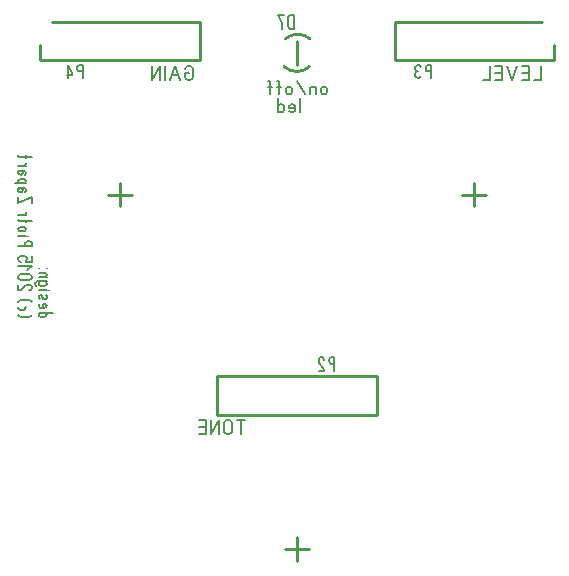
<source format=gbo>
%FSLAX34Y34*%
%MOMM*%
%LNSILK_BOTTOM*%
G71*
G01*
%ADD10C, 0.206*%
%ADD11C, 0.260*%
%LPD*%
G54D10*
X456694Y448595D02*
X456694Y437039D01*
X450627Y437039D01*
G54D10*
X440516Y437039D02*
X446583Y437039D01*
X446583Y448595D01*
X440516Y448595D01*
G54D10*
X446583Y442817D02*
X440516Y442817D01*
G54D10*
X436472Y448595D02*
X432139Y437039D01*
X427805Y448595D01*
G54D10*
X417694Y437039D02*
X423761Y437039D01*
X423761Y448595D01*
X417694Y448595D01*
G54D10*
X423761Y442817D02*
X417694Y442817D01*
G54D10*
X413650Y448595D02*
X413650Y437039D01*
X407583Y437039D01*
G54D10*
X158518Y443078D02*
X155052Y443078D01*
X155052Y439467D01*
X155918Y438022D01*
X157652Y437300D01*
X159385Y437300D01*
X161118Y438022D01*
X161985Y439467D01*
X161985Y446689D01*
X161118Y448133D01*
X159385Y448856D01*
X157652Y448856D01*
X155918Y448133D01*
X155052Y446689D01*
G54D10*
X151008Y437300D02*
X146675Y448856D01*
X142341Y437300D01*
G54D10*
X149275Y441633D02*
X144075Y441633D01*
G54D10*
X138297Y437300D02*
X138297Y448856D01*
G54D10*
X134253Y437300D02*
X134253Y448856D01*
X127320Y437300D01*
X127320Y448856D01*
G54D11*
X42500Y486250D02*
X167500Y486250D01*
X167500Y453750D01*
X32500Y453750D01*
X32500Y466250D01*
G54D11*
X332500Y486250D02*
X457500Y486250D01*
G54D11*
X332500Y486250D02*
X332500Y453750D01*
X467500Y453750D01*
X467500Y466250D01*
G54D10*
X269800Y426733D02*
X269800Y429622D01*
X270667Y431067D01*
X272400Y431500D01*
X274133Y431067D01*
X275000Y429622D01*
X275000Y426733D01*
X274133Y425289D01*
X272400Y425000D01*
X270667Y425289D01*
X269800Y426733D01*
G54D10*
X265756Y425000D02*
X265756Y431500D01*
G54D10*
X265756Y430056D02*
X264889Y431067D01*
X263156Y431500D01*
X261423Y431067D01*
X260556Y430056D01*
X260556Y425000D01*
G54D10*
X256512Y425000D02*
X249579Y436556D01*
G54D10*
X240335Y426733D02*
X240335Y429622D01*
X241202Y431067D01*
X242935Y431500D01*
X244668Y431067D01*
X245535Y429622D01*
X245535Y426733D01*
X244668Y425289D01*
X242935Y425000D01*
X241202Y425289D01*
X240335Y426733D01*
G54D10*
X234558Y425000D02*
X234558Y435833D01*
X233691Y436556D01*
X232824Y436122D01*
G54D10*
X236291Y431500D02*
X232824Y431500D01*
G54D10*
X227047Y425000D02*
X227047Y435833D01*
X226180Y436556D01*
X225313Y436122D01*
G54D10*
X228780Y431500D02*
X225313Y431500D01*
G54D10*
X252500Y410000D02*
X252500Y421556D01*
G54D10*
X243256Y410722D02*
X244643Y410000D01*
X246376Y410000D01*
X248109Y410722D01*
X248456Y412167D01*
X248456Y414622D01*
X247589Y416067D01*
X245856Y416500D01*
X244123Y416067D01*
X243256Y415056D01*
X243256Y413611D01*
X248456Y413611D01*
G54D10*
X234012Y410000D02*
X234012Y421556D01*
G54D10*
X234012Y414622D02*
X234879Y416067D01*
X236612Y416500D01*
X238345Y416067D01*
X239212Y414622D01*
X239212Y411733D01*
X238345Y410289D01*
X236612Y410000D01*
X234879Y410289D01*
X234012Y411733D01*
G54D10*
X25376Y238153D02*
X24654Y236998D01*
X23210Y236420D01*
X15987Y236420D01*
X14543Y236998D01*
X13821Y238153D01*
G54D10*
X19887Y245086D02*
X20321Y243930D01*
X19887Y242774D01*
X18443Y242197D01*
X15554Y242197D01*
X14110Y242774D01*
X13821Y243930D01*
X14110Y245086D01*
G54D10*
X25376Y249130D02*
X24654Y250285D01*
X23210Y250863D01*
X15987Y250863D01*
X14543Y250285D01*
X13821Y249130D01*
G54D10*
X13821Y263689D02*
X13821Y259067D01*
X14543Y259067D01*
X15987Y259644D01*
X20321Y263111D01*
X21765Y263689D01*
X23210Y263689D01*
X24654Y263111D01*
X25376Y261956D01*
X25376Y260800D01*
X24654Y259644D01*
X23210Y259067D01*
G54D10*
X23210Y272355D02*
X15987Y272355D01*
X14543Y271777D01*
X13821Y270622D01*
X13821Y269466D01*
X14543Y268310D01*
X15987Y267733D01*
X23210Y267733D01*
X24654Y268310D01*
X25376Y269466D01*
X25376Y270622D01*
X24654Y271777D01*
X23210Y272355D01*
G54D10*
X21043Y276399D02*
X25376Y279288D01*
X13821Y279288D01*
G54D10*
X25376Y287954D02*
X25376Y283332D01*
X20321Y283332D01*
X20321Y283910D01*
X21043Y285065D01*
X21043Y286221D01*
X20321Y287376D01*
X18876Y287954D01*
X15987Y287954D01*
X14543Y287376D01*
X13821Y286221D01*
X13821Y285065D01*
X14543Y283910D01*
X15987Y283332D01*
G54D10*
X13821Y296158D02*
X25376Y296158D01*
X25376Y299047D01*
X24654Y300202D01*
X23210Y300780D01*
X21765Y300780D01*
X20321Y300202D01*
X19598Y299047D01*
X19598Y296158D01*
G54D10*
X13821Y304824D02*
X20321Y304824D01*
G54D10*
X22487Y304824D02*
X22487Y304824D01*
G54D10*
X15554Y312334D02*
X18443Y312334D01*
X19887Y311757D01*
X20321Y310601D01*
X19887Y309446D01*
X18443Y308868D01*
X15554Y308868D01*
X14110Y309446D01*
X13821Y310601D01*
X14110Y311757D01*
X15554Y312334D01*
G54D10*
X25376Y317534D02*
X14543Y317534D01*
X13821Y318112D01*
X14110Y318690D01*
G54D10*
X20321Y316379D02*
X20321Y318690D01*
G54D10*
X13821Y322734D02*
X20321Y322734D01*
G54D10*
X18876Y322734D02*
X20321Y323889D01*
X20321Y325045D01*
G54D10*
X25376Y333249D02*
X25376Y337871D01*
X13821Y333249D01*
X13821Y337871D01*
G54D10*
X19598Y341915D02*
X20321Y343070D01*
X20321Y344457D01*
X18876Y345381D01*
X13821Y345381D01*
G54D10*
X15987Y345381D02*
X17432Y344804D01*
X17721Y343648D01*
X17432Y342492D01*
X15987Y341915D01*
X14543Y342146D01*
X13821Y343070D01*
X13821Y343648D01*
X13821Y343879D01*
X14543Y344804D01*
X15987Y345381D01*
G54D10*
X20321Y349426D02*
X10932Y349426D01*
G54D10*
X15987Y349426D02*
X14110Y350004D01*
X13821Y351159D01*
X14110Y352315D01*
X15554Y352892D01*
X18443Y352892D01*
X19887Y352315D01*
X20321Y351159D01*
X19887Y350004D01*
X18154Y349426D01*
G54D10*
X19598Y356937D02*
X20321Y358092D01*
X20321Y359479D01*
X18876Y360403D01*
X13821Y360403D01*
G54D10*
X15987Y360403D02*
X17432Y359826D01*
X17721Y358670D01*
X17432Y357514D01*
X15987Y356937D01*
X14543Y357168D01*
X13821Y358092D01*
X13821Y358670D01*
X13821Y358901D01*
X14543Y359826D01*
X15987Y360403D01*
G54D10*
X13821Y364448D02*
X20321Y364448D01*
G54D10*
X18876Y364448D02*
X20321Y365603D01*
X20321Y366759D01*
G54D10*
X25376Y371958D02*
X14543Y371958D01*
X13821Y372536D01*
X14110Y373114D01*
G54D10*
X20321Y370803D02*
X20321Y373114D01*
G54D10*
X31321Y239886D02*
X42876Y239886D01*
G54D10*
X35943Y239886D02*
X37387Y239309D01*
X37821Y238153D01*
X37387Y236998D01*
X35943Y236420D01*
X33054Y236420D01*
X31610Y236998D01*
X31321Y238153D01*
X31610Y239309D01*
X33054Y239886D01*
G54D10*
X32043Y247397D02*
X31321Y246473D01*
X31321Y245317D01*
X32043Y244162D01*
X33487Y243931D01*
X35943Y243931D01*
X37387Y244508D01*
X37821Y245664D01*
X37387Y246820D01*
X36376Y247397D01*
X34932Y247397D01*
X34932Y243931D01*
G54D10*
X32043Y251442D02*
X31321Y252597D01*
X31321Y253753D01*
X32043Y254908D01*
X33487Y254908D01*
X34210Y254331D01*
X34932Y252020D01*
X35654Y251442D01*
X37098Y251442D01*
X37821Y252597D01*
X37821Y253753D01*
X37098Y254908D01*
G54D10*
X31321Y258953D02*
X37821Y258953D01*
G54D10*
X39987Y258953D02*
X39987Y258953D01*
G54D10*
X29154Y262997D02*
X28432Y264152D01*
X28432Y264961D01*
X29154Y266117D01*
X30598Y266463D01*
X37821Y266463D01*
G54D10*
X35943Y266463D02*
X37387Y265886D01*
X37821Y264730D01*
X37387Y263574D01*
X35943Y262997D01*
X33054Y262997D01*
X31610Y263574D01*
X31321Y264730D01*
X31610Y265886D01*
X33054Y266463D01*
G54D10*
X31321Y270508D02*
X37821Y270508D01*
G54D10*
X36376Y270508D02*
X37387Y271086D01*
X37821Y272241D01*
X37387Y273397D01*
X36376Y273974D01*
X31321Y273974D01*
G54D10*
X31321Y278019D02*
X31321Y278019D01*
G54D10*
X37821Y278019D02*
X37821Y278019D01*
G54D10*
X202577Y137239D02*
X202577Y148795D01*
G54D10*
X206044Y148795D02*
X199111Y148795D01*
G54D10*
X188134Y146628D02*
X188134Y139406D01*
X189000Y137961D01*
X190734Y137239D01*
X192467Y137239D01*
X194200Y137961D01*
X195067Y139406D01*
X195067Y146628D01*
X194200Y148072D01*
X192467Y148795D01*
X190734Y148795D01*
X189000Y148072D01*
X188134Y146628D01*
G54D10*
X184090Y137239D02*
X184090Y148795D01*
X177157Y137239D01*
X177157Y148795D01*
G54D10*
X167046Y137239D02*
X173113Y137239D01*
X173113Y148795D01*
X167046Y148795D01*
G54D10*
X173113Y143017D02*
X167046Y143017D01*
G54D11*
G75*
G01X261108Y471741D02*
G03X239897Y471741I-10605J-11779D01*
G01*
G54D11*
G75*
G01X239072Y448274D02*
G03X260283Y448274I10606J11779D01*
G01*
G54D10*
X247178Y480612D02*
X247178Y492168D01*
X244289Y492168D01*
X243134Y491445D01*
X242556Y490001D01*
X242556Y482779D01*
X243134Y481334D01*
X244289Y480612D01*
X247178Y480612D01*
G54D10*
X238512Y492168D02*
X233890Y492168D01*
X234468Y490723D01*
X235623Y488556D01*
X236779Y485668D01*
X237356Y483501D01*
X237356Y480612D01*
G54D11*
X250000Y50000D02*
X250000Y30000D01*
G54D11*
X240000Y40000D02*
X260000Y40000D01*
G54D11*
X400000Y350000D02*
X400000Y330000D01*
G54D11*
X410000Y340000D02*
X390000Y340000D01*
G54D11*
X100000Y350000D02*
X100000Y330000D01*
G54D11*
X90000Y340000D02*
X110000Y340000D01*
G54D11*
X250000Y470000D02*
X250000Y450000D01*
G54D11*
X182500Y186250D02*
X317500Y186250D01*
X317500Y153750D01*
X182500Y153750D01*
X182500Y186250D01*
G54D10*
X68462Y438447D02*
X68462Y450003D01*
X65573Y450003D01*
X64418Y449280D01*
X63840Y447836D01*
X63840Y446391D01*
X64418Y444947D01*
X65573Y444225D01*
X68462Y444225D01*
G54D10*
X56329Y438447D02*
X56329Y450003D01*
X59796Y442780D01*
X59796Y441336D01*
X55174Y441336D01*
G54D10*
X363500Y438447D02*
X363500Y450003D01*
X360611Y450003D01*
X359456Y449280D01*
X358878Y447836D01*
X358878Y446391D01*
X359456Y444947D01*
X360611Y444225D01*
X363500Y444225D01*
G54D10*
X354834Y447836D02*
X354256Y449280D01*
X353101Y450003D01*
X351945Y450003D01*
X350790Y449280D01*
X350212Y447836D01*
X350212Y446391D01*
X350790Y444947D01*
X351945Y444225D01*
X350790Y443503D01*
X350212Y442058D01*
X350212Y440614D01*
X350790Y439169D01*
X351945Y438447D01*
X353101Y438447D01*
X354256Y439169D01*
X354834Y440614D01*
G54D10*
X281536Y190830D02*
X281536Y202386D01*
X278648Y202386D01*
X277492Y201664D01*
X276914Y200219D01*
X276914Y198775D01*
X277492Y197330D01*
X278648Y196608D01*
X281536Y196608D01*
G54D10*
X268248Y190830D02*
X272870Y190830D01*
X272870Y191552D01*
X272293Y192997D01*
X268826Y197330D01*
X268248Y198775D01*
X268248Y200219D01*
X268826Y201664D01*
X269982Y202386D01*
X271137Y202386D01*
X272293Y201664D01*
X272870Y200219D01*
M02*

</source>
